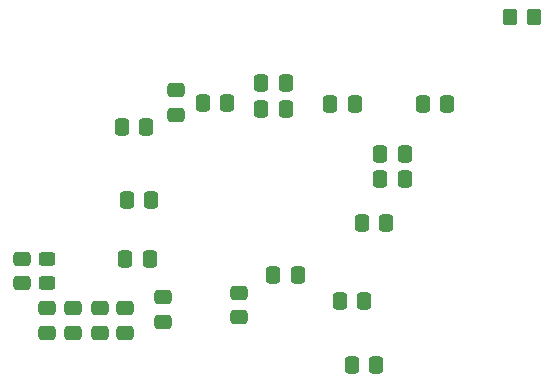
<source format=gbr>
%TF.GenerationSoftware,KiCad,Pcbnew,7.0.2*%
%TF.CreationDate,2023-08-01T13:01:46+02:00*%
%TF.ProjectId,jv_thesis,6a765f74-6865-4736-9973-2e6b69636164,rev?*%
%TF.SameCoordinates,Original*%
%TF.FileFunction,Paste,Bot*%
%TF.FilePolarity,Positive*%
%FSLAX46Y46*%
G04 Gerber Fmt 4.6, Leading zero omitted, Abs format (unit mm)*
G04 Created by KiCad (PCBNEW 7.0.2) date 2023-08-01 13:01:46*
%MOMM*%
%LPD*%
G01*
G04 APERTURE LIST*
G04 Aperture macros list*
%AMRoundRect*
0 Rectangle with rounded corners*
0 $1 Rounding radius*
0 $2 $3 $4 $5 $6 $7 $8 $9 X,Y pos of 4 corners*
0 Add a 4 corners polygon primitive as box body*
4,1,4,$2,$3,$4,$5,$6,$7,$8,$9,$2,$3,0*
0 Add four circle primitives for the rounded corners*
1,1,$1+$1,$2,$3*
1,1,$1+$1,$4,$5*
1,1,$1+$1,$6,$7*
1,1,$1+$1,$8,$9*
0 Add four rect primitives between the rounded corners*
20,1,$1+$1,$2,$3,$4,$5,0*
20,1,$1+$1,$4,$5,$6,$7,0*
20,1,$1+$1,$6,$7,$8,$9,0*
20,1,$1+$1,$8,$9,$2,$3,0*%
G04 Aperture macros list end*
%ADD10RoundRect,0.250000X-0.337500X-0.475000X0.337500X-0.475000X0.337500X0.475000X-0.337500X0.475000X0*%
%ADD11RoundRect,0.250000X0.337500X0.475000X-0.337500X0.475000X-0.337500X-0.475000X0.337500X-0.475000X0*%
%ADD12RoundRect,0.250000X0.475000X-0.337500X0.475000X0.337500X-0.475000X0.337500X-0.475000X-0.337500X0*%
%ADD13RoundRect,0.250000X-0.450000X0.325000X-0.450000X-0.325000X0.450000X-0.325000X0.450000X0.325000X0*%
%ADD14RoundRect,0.250000X-0.475000X0.337500X-0.475000X-0.337500X0.475000X-0.337500X0.475000X0.337500X0*%
%ADD15RoundRect,0.250000X-0.350000X-0.450000X0.350000X-0.450000X0.350000X0.450000X-0.350000X0.450000X0*%
G04 APERTURE END LIST*
D10*
%TO.C,C8*%
X144907000Y-106299000D03*
X146982000Y-106299000D03*
%TD*%
D11*
%TO.C,C5*%
X164994500Y-114808000D03*
X162919500Y-114808000D03*
%TD*%
%TO.C,C11*%
X153416000Y-98044000D03*
X151341000Y-98044000D03*
%TD*%
D12*
%TO.C,C2*%
X147955000Y-116586000D03*
X147955000Y-114511000D03*
%TD*%
D11*
%TO.C,C13*%
X158369000Y-96393000D03*
X156294000Y-96393000D03*
%TD*%
%TO.C,C9*%
X166878000Y-108204000D03*
X164803000Y-108204000D03*
%TD*%
D10*
%TO.C,C27*%
X166370000Y-102362000D03*
X168445000Y-102362000D03*
%TD*%
%TO.C,C17*%
X169964900Y-98186400D03*
X172039900Y-98186400D03*
%TD*%
D13*
%TO.C,FB1*%
X138176000Y-111252000D03*
X138176000Y-113302000D03*
%TD*%
D10*
%TO.C,C7*%
X144780000Y-111252000D03*
X146855000Y-111252000D03*
%TD*%
D11*
%TO.C,C6*%
X158369000Y-98552000D03*
X156294000Y-98552000D03*
%TD*%
D14*
%TO.C,C15*%
X138176000Y-115443000D03*
X138176000Y-117518000D03*
%TD*%
D10*
%TO.C,C28*%
X166370000Y-104521000D03*
X168445000Y-104521000D03*
%TD*%
%TO.C,C16*%
X163957000Y-120269000D03*
X166032000Y-120269000D03*
%TD*%
D12*
%TO.C,C12*%
X154432000Y-116205000D03*
X154432000Y-114130000D03*
%TD*%
D14*
%TO.C,C18*%
X136017000Y-111252000D03*
X136017000Y-113327000D03*
%TD*%
D11*
%TO.C,C10*%
X159385000Y-112649000D03*
X157310000Y-112649000D03*
%TD*%
D14*
%TO.C,C4*%
X149098000Y-96985000D03*
X149098000Y-99060000D03*
%TD*%
%TO.C,C55*%
X144780000Y-115443000D03*
X144780000Y-117518000D03*
%TD*%
%TO.C,C14*%
X140335000Y-115443000D03*
X140335000Y-117518000D03*
%TD*%
D10*
%TO.C,C3*%
X144483000Y-100076000D03*
X146558000Y-100076000D03*
%TD*%
D15*
%TO.C,R62*%
X177381700Y-90795000D03*
X179381700Y-90795000D03*
%TD*%
D14*
%TO.C,C56*%
X142621000Y-115443000D03*
X142621000Y-117518000D03*
%TD*%
D11*
%TO.C,C1*%
X164211000Y-98171000D03*
X162136000Y-98171000D03*
%TD*%
M02*

</source>
